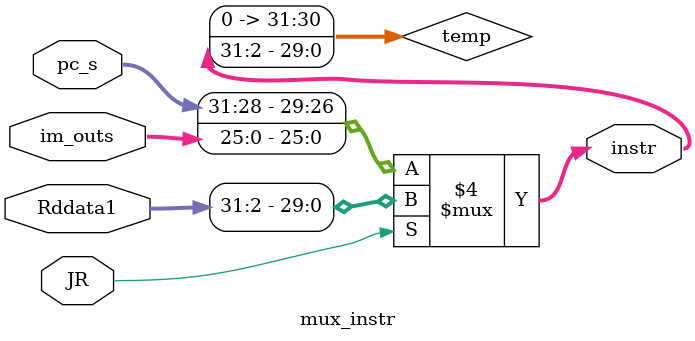
<source format=v>
`timescale 1ns / 1ps

module mux_instr(
		input[25:0] im_outs,
		input[31:28] pc_s,
		input[31:0] Rddata1,
		input JR,
		output reg[31:2] instr
	);
	reg[31:0] temp;
	always @(*)
	begin
		if (JR == 1) 
            instr = Rddata1[31:2];//JR指令
		else 
            //instr = {pc_s, im_outs, 2'b00};//J指令
			instr = {pc_s, im_outs};//J指令
	temp = instr;
	end
endmodule
</source>
